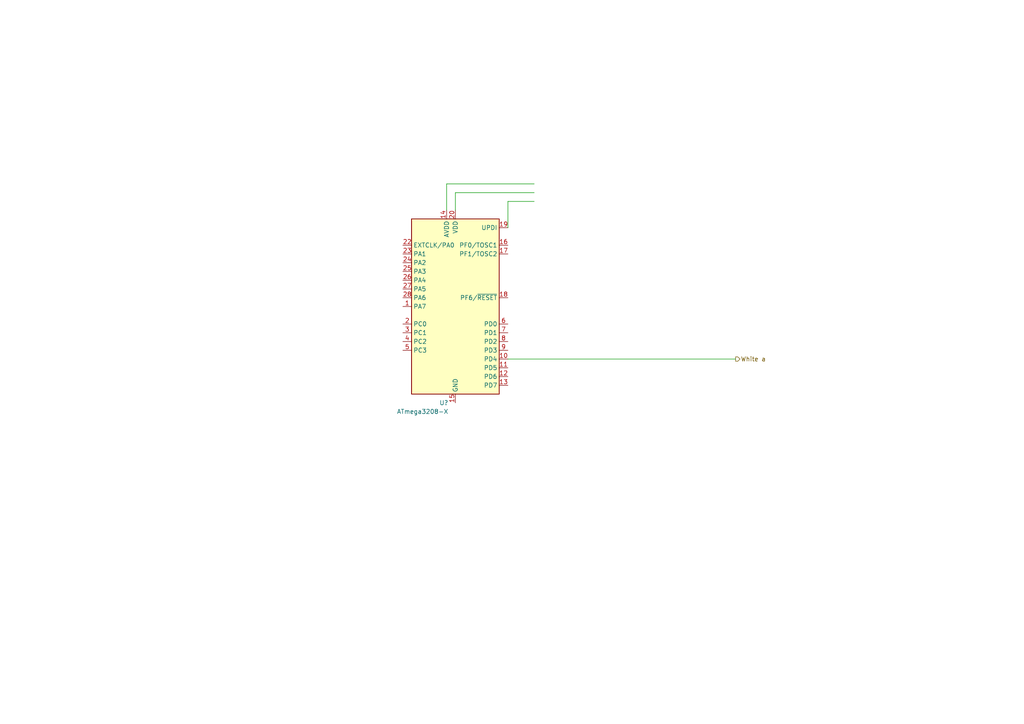
<source format=kicad_sch>
(kicad_sch (version 20211123) (generator eeschema)
  (paper "A4")
  (lib_symbols
    (symbol "MCU_Microchip_ATmega:ATmega3208-X"
      (property "Reference" "U" (at -12.7 26.67 0))
      (property "Value" "ATmega3208-X" (at 2.54 -26.67 0))
      (symbol "ATmega3208-X_0_1"
        (rectangle (start -12.7 -25.4) (end 12.7 25.4) (stroke (width 0.254)) (fill (type background)))
      )
      (symbol "ATmega3208-X_1_1"
        (pin bidirectional line (at 15.24 0 180) (length 2.54) (name "PA7") (number "1"))
        (pin bidirectional line (at -15.24 -15.24 0) (length 2.54) (name "PD4") (number "10"))
        (pin bidirectional line (at -15.24 -17.78 0) (length 2.54) (name "PD5") (number "11"))
        (pin bidirectional line (at -15.24 -20.32 0) (length 2.54) (name "PD6") (number "12"))
        (pin bidirectional line (at -15.24 -22.86 0) (length 2.54) (name "PD7") (number "13"))
        (pin power_in line (at 2.54 27.94 270) (length 2.54) (name "AVDD") (number "14"))
        (pin power_in line (at 0 -27.94 90) (length 2.54) (name "GND") (number "15"))
        (pin bidirectional line (at -15.24 17.78 0) (length 2.54) (name "PF0/TOSC1") (number "16"))
        (pin bidirectional line (at -15.24 15.24 0) (length 2.54) (name "PF1/TOSC2") (number "17"))
        (pin bidirectional line (at -15.24 2.54 0) (length 2.54) (name "PF6/~{RESET}") (number "18"))
        (pin bidirectional line (at -15.24 22.86 0) (length 2.54) (name "UPDI") (number "19"))
        (pin bidirectional line (at 15.24 -5.08 180) (length 2.54) (name "PC0") (number "2"))
        (pin power_in line (at 0 27.94 270) (length 2.54) (name "VDD") (number "20"))
        (pin passive line (at 0 -27.94 90) (length 2.54) hide (name "GND") (number "21"))
        (pin bidirectional line (at 15.24 17.78 180) (length 2.54) (name "EXTCLK/PA0") (number "22"))
        (pin bidirectional line (at 15.24 15.24 180) (length 2.54) (name "PA1") (number "23"))
        (pin bidirectional line (at 15.24 12.7 180) (length 2.54) (name "PA2") (number "24"))
        (pin bidirectional line (at 15.24 10.16 180) (length 2.54) (name "PA3") (number "25"))
        (pin bidirectional line (at 15.24 7.62 180) (length 2.54) (name "PA4") (number "26"))
        (pin bidirectional line (at 15.24 5.08 180) (length 2.54) (name "PA5") (number "27"))
        (pin bidirectional line (at 15.24 2.54 180) (length 2.54) (name "PA6") (number "28"))
        (pin bidirectional line (at 15.24 -7.62 180) (length 2.54) (name "PC1") (number "3"))
        (pin bidirectional line (at 15.24 -10.16 180) (length 2.54) (name "PC2") (number "4"))
        (pin bidirectional line (at 15.24 -12.7 180) (length 2.54) (name "PC3") (number "5"))
        (pin bidirectional line (at -15.24 -5.08 0) (length 2.54) (name "PD0") (number "6"))
        (pin bidirectional line (at -15.24 -7.62 0) (length 2.54) (name "PD1") (number "7"))
        (pin bidirectional line (at -15.24 -10.16 0) (length 2.54) (name "PD2") (number "8"))
        (pin bidirectional line (at -15.24 -12.7 0) (length 2.54) (name "PD3") (number "9"))
      )
    )
  )
  (wire (pts (xy 147.32 66.04) (xy 147.32 58.42)))
  (wire (pts (xy 154.94 58.42) (xy 147.32 58.42)))
  (wire (pts (xy 132.08 55.88) (xy 154.94 55.88)))
  (wire (pts (xy 132.08 60.96) (xy 132.08 55.88)))
  (wire (pts (xy 129.54 60.96) (xy 129.54 53.34)))
  (wire (pts (xy 129.54 53.34) (xy 154.94 53.34)))
  (wire (pts (xy 147.32 104.14) (xy 213.36 104.14)))
  (hierarchical_label "White a" (shape output) (at 213.36 104.14 0))
  (symbol (lib_id "MCU_Microchip_ATmega:ATmega3208-X") (at 132.08 88.9 0) (mirror y) (unit 1)
    (property "Reference" "U?" (at 130.0606 116.84 0) (effects (justify left)))
    (property "Value" "ATmega3208-X" (at 130.0606 119.38 0) (effects (justify left)))
    (property "Footprint" "Package_SO:SSOP-28_5.3x10.2mm_P0.65mm" (effects hide))
    (property "Datasheet" "http://ww1.microchip.com/downloads/en/DeviceDoc/40002018A.pdf" (effects hide))
  )
)
</source>
